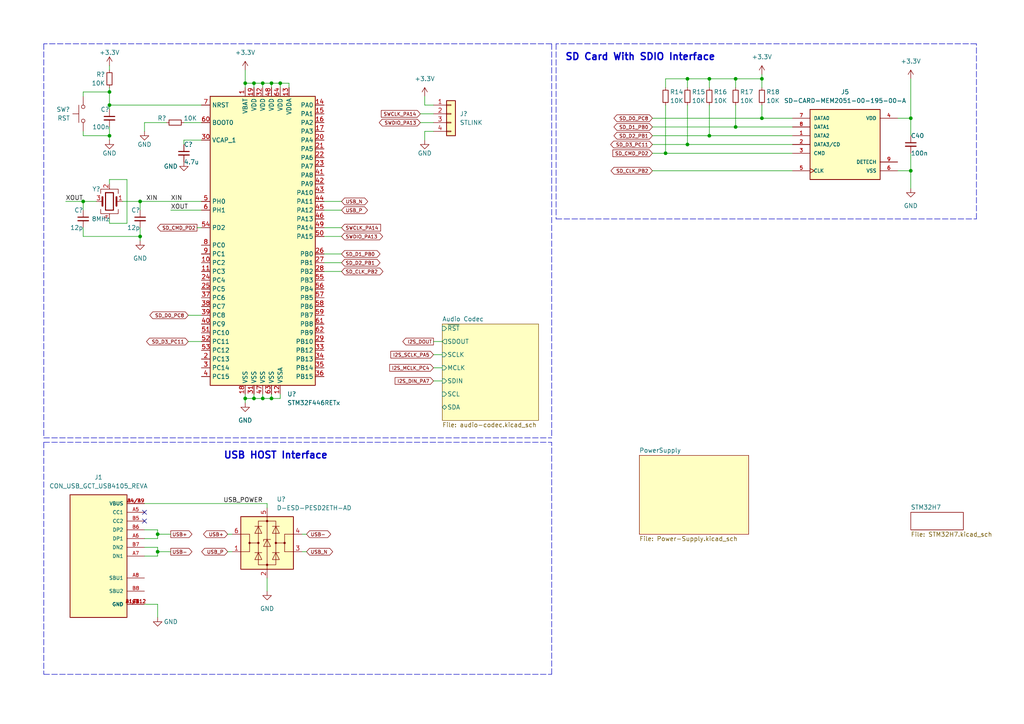
<source format=kicad_sch>
(kicad_sch (version 20211123) (generator eeschema)
  (paper "A4")
  (lib_symbols
    (symbol "1KiCadLib:CON_USB_GCT_USB4105_REVA" (pin_names (offset 1.016))
      (property "Reference" "J" (at -15.24 13.97 0))
      (property "Value" "CON_USB_GCT_USB4105_REVA" (at -12.7 -25.4 0))
      (symbol "CON_USB_GCT_USB4105_REVA_0_0"
        (rectangle (start -1.27 -22.86) (end 15.24 12.7) (stroke (width 0.254)) (fill (type background)))
        (pin power_in line (at 20.32 -19.05 180) (length 5.08) (name "GND") (number "A1/B12"))
        (pin power_in line (at 20.32 10.16 180) (length 5.08) (name "VBUS") (number "A4/B9"))
        (pin bidirectional line (at 20.32 7.62 180) (length 5.08) (name "CC1") (number "A5"))
        (pin bidirectional line (at 20.32 0 180) (length 5.08) (name "DP1") (number "A6"))
        (pin bidirectional line (at 20.32 -5.08 180) (length 5.08) (name "DN1") (number "A7"))
        (pin bidirectional line (at 20.32 -11.43 180) (length 5.08) (name "SBU1") (number "A8"))
        (pin power_in line (at 20.32 -19.05 180) (length 5.08) (name "GND") (number "B1/A12"))
        (pin power_in line (at 20.32 10.16 180) (length 5.08) (name "VBUS") (number "B4/A9"))
        (pin bidirectional line (at 20.32 5.08 180) (length 5.08) (name "CC2") (number "B5"))
        (pin bidirectional line (at 20.32 2.54 180) (length 5.08) (name "DP2") (number "B6"))
        (pin bidirectional line (at 20.32 -2.54 180) (length 5.08) (name "DN2") (number "B7"))
        (pin bidirectional line (at 20.32 -15.24 180) (length 5.08) (name "SBU2") (number "B8"))
        (pin power_in line (at 20.32 -19.05 180) (length 5.08) (name "GND") (number "G1"))
        (pin power_in line (at 20.32 -19.05 180) (length 5.08) (name "GND") (number "G2"))
        (pin power_in line (at 20.32 -19.05 180) (length 5.08) (name "GND") (number "G3"))
        (pin power_in line (at 20.32 -19.05 180) (length 5.08) (name "GND") (number "G4"))
      )
    )
    (symbol "1KiCadLib:D-ESD-PESD2ETH-AD" (pin_names hide)
      (property "Reference" "U" (at 2.54 8.89 0))
      (property "Value" "D-ESD-PESD2ETH-AD" (at 2.54 -8.89 0))
      (symbol "D-ESD-PESD2ETH-AD_0_1"
        (rectangle (start -7.62 -7.62) (end 7.62 7.62) (stroke (width 0.254)) (fill (type background)))
        (circle (center -5.08 0) (radius 0.254) (fill (type outline)))
        (circle (center -2.54 0) (radius 0.254) (fill (type outline)))
        (rectangle (start -2.54 6.35) (end 2.54 -6.35))
        (circle (center 0 -6.35) (radius 0.254) (fill (type outline)))
        (polyline (pts (xy -5.08 -2.54) (xy -7.62 -2.54)))
        (polyline (pts (xy -5.08 0) (xy -5.08 -2.54)))
        (polyline (pts (xy -5.08 2.54) (xy -7.62 2.54)))
        (polyline (pts (xy -1.524 -2.794) (xy -3.556 -2.794)))
        (polyline (pts (xy -1.524 4.826) (xy -3.556 4.826)))
        (polyline (pts (xy 0 -7.62) (xy 0 -6.35)))
        (polyline (pts (xy 0 -6.35) (xy 0 1.27)))
        (polyline (pts (xy 0 1.27) (xy 0 6.35)))
        (polyline (pts (xy 0 6.35) (xy 0 7.62)))
        (polyline (pts (xy 1.524 -2.794) (xy 3.556 -2.794)))
        (polyline (pts (xy 1.524 4.826) (xy 3.556 4.826)))
        (polyline (pts (xy 5.08 -2.54) (xy 7.62 -2.54)))
        (polyline (pts (xy 5.08 0) (xy 5.08 -2.54)))
        (polyline (pts (xy 5.08 2.54) (xy 7.62 2.54)))
        (polyline (pts (xy -2.54 0) (xy -5.08 0) (xy -5.08 2.54)))
        (polyline (pts (xy 2.54 0) (xy 5.08 0) (xy 5.08 2.54)))
        (polyline (pts (xy -3.556 -4.826) (xy -1.524 -4.826) (xy -2.54 -2.794) (xy -3.556 -4.826)))
        (polyline (pts (xy -3.556 2.794) (xy -1.524 2.794) (xy -2.54 4.826) (xy -3.556 2.794)))
        (polyline (pts (xy -1.016 -1.016) (xy 1.016 -1.016) (xy 0 1.016) (xy -1.016 -1.016)))
        (polyline (pts (xy 1.016 1.016) (xy 0.762 1.016) (xy -1.016 1.016) (xy -1.016 0.508)))
        (polyline (pts (xy 3.556 -4.826) (xy 1.524 -4.826) (xy 2.54 -2.794) (xy 3.556 -4.826)))
        (polyline (pts (xy 3.556 2.794) (xy 1.524 2.794) (xy 2.54 4.826) (xy 3.556 2.794)))
        (circle (center 0 6.35) (radius 0.254) (fill (type outline)))
        (circle (center 2.54 0) (radius 0.254) (fill (type outline)))
        (circle (center 5.08 0) (radius 0.254) (fill (type outline)))
      )
      (symbol "D-ESD-PESD2ETH-AD_1_1"
        (pin passive line (at -10.16 -2.54 0) (length 2.54) (name "I/O1") (number "1"))
        (pin passive line (at 0 -10.16 90) (length 2.54) (name "GND") (number "2"))
        (pin passive line (at 10.16 -2.54 180) (length 2.54) (name "I/O2") (number "3"))
        (pin passive line (at 10.16 2.54 180) (length 2.54) (name "I/O2") (number "4"))
        (pin passive line (at 0 10.16 270) (length 2.54) (name "VBUS") (number "5"))
        (pin passive line (at -10.16 2.54 0) (length 2.54) (name "I/O1") (number "6"))
      )
    )
    (symbol "1KiCadLib:SD-CARD-MEM2051-00-195-00-A" (pin_names (offset 1.016))
      (property "Reference" "J" (at -10.16 10.16 0))
      (property "Value" "SD-CARD-MEM2051-00-195-00-A" (at -10.16 -12.7 0))
      (symbol "SD-CARD-MEM2051-00-195-00-A_0_0"
        (rectangle (start -10.16 -10.16) (end 10.16 10.16) (stroke (width 0.254)) (fill (type background)))
        (pin bidirectional line (at -15.24 2.54 0) (length 5.08) (name "DATA2") (number "1"))
        (pin bidirectional line (at -15.24 0 0) (length 5.08) (name "DATA3/CD") (number "2"))
        (pin bidirectional line (at -15.24 -2.54 0) (length 5.08) (name "CMD") (number "3"))
        (pin power_in line (at 15.24 7.62 180) (length 5.08) (name "VDD") (number "4"))
        (pin bidirectional clock (at -15.24 -7.62 0) (length 5.08) (name "CLK") (number "5"))
        (pin power_in line (at 15.24 -7.62 180) (length 5.08) (name "VSS") (number "6"))
        (pin bidirectional line (at -15.24 7.62 0) (length 5.08) (name "DATA0") (number "7"))
        (pin bidirectional line (at -15.24 5.08 0) (length 5.08) (name "DATA1") (number "8"))
        (pin passive line (at 15.24 -5.08 180) (length 5.08) (name "DETECH") (number "9"))
      )
    )
    (symbol "Connector_Generic:Conn_01x04" (pin_names (offset 1.016) hide)
      (property "Reference" "J" (at 0 5.08 0))
      (property "Value" "Conn_01x04" (at 0 -7.62 0))
      (symbol "Conn_01x04_1_1"
        (rectangle (start -1.27 -4.953) (end 0 -5.207) (stroke (width 0.1524)))
        (rectangle (start -1.27 -2.413) (end 0 -2.667) (stroke (width 0.1524)))
        (rectangle (start -1.27 0.127) (end 0 -0.127) (stroke (width 0.1524)))
        (rectangle (start -1.27 2.667) (end 0 2.413) (stroke (width 0.1524)))
        (rectangle (start -1.27 3.81) (end 1.27 -6.35) (stroke (width 0.254)) (fill (type background)))
        (pin passive line (at -5.08 2.54 0) (length 3.81) (name "Pin_1") (number "1"))
        (pin passive line (at -5.08 0 0) (length 3.81) (name "Pin_2") (number "2"))
        (pin passive line (at -5.08 -2.54 0) (length 3.81) (name "Pin_3") (number "3"))
        (pin passive line (at -5.08 -5.08 0) (length 3.81) (name "Pin_4") (number "4"))
      )
    )
    (symbol "Device:C_Small" (pin_numbers hide) (pin_names (offset 0.254) hide)
      (property "Reference" "C" (at 0.254 1.778 0))
      (property "Value" "C_Small" (at 0.254 -2.032 0))
      (symbol "C_Small_0_1"
        (polyline (pts (xy -1.524 -0.508) (xy 1.524 -0.508)) (stroke (width 0.3302)))
        (polyline (pts (xy -1.524 0.508) (xy 1.524 0.508)) (stroke (width 0.3048)))
      )
      (symbol "C_Small_1_1"
        (pin passive line (at 0 2.54 270) (length 2.032) (name "~") (number "1"))
        (pin passive line (at 0 -2.54 90) (length 2.032) (name "~") (number "2"))
      )
    )
    (symbol "Device:Crystal_GND24" (pin_names (offset 1.016) hide)
      (property "Reference" "Y" (at 3.175 5.08 0))
      (property "Value" "Crystal_GND24" (at 3.175 3.175 0))
      (symbol "Crystal_GND24_0_1"
        (rectangle (start -1.143 2.54) (end 1.143 -2.54) (stroke (width 0.3048)))
        (polyline (pts (xy -2.54 0) (xy -2.032 0)))
        (polyline (pts (xy -2.032 -1.27) (xy -2.032 1.27)) (stroke (width 0.508)))
        (polyline (pts (xy 0 -3.81) (xy 0 -3.556)))
        (polyline (pts (xy 0 3.556) (xy 0 3.81)))
        (polyline (pts (xy 2.032 -1.27) (xy 2.032 1.27)) (stroke (width 0.508)))
        (polyline (pts (xy 2.032 0) (xy 2.54 0)))
        (polyline (pts (xy -2.54 -2.286) (xy -2.54 -3.556) (xy 2.54 -3.556) (xy 2.54 -2.286)))
        (polyline (pts (xy -2.54 2.286) (xy -2.54 3.556) (xy 2.54 3.556) (xy 2.54 2.286)))
      )
      (symbol "Crystal_GND24_1_1"
        (pin passive line (at -3.81 0 0) (length 1.27) (name "1") (number "1"))
        (pin passive line (at 0 5.08 270) (length 1.27) (name "2") (number "2"))
        (pin passive line (at 3.81 0 180) (length 1.27) (name "3") (number "3"))
        (pin passive line (at 0 -5.08 90) (length 1.27) (name "4") (number "4"))
      )
    )
    (symbol "Device:R_Small" (pin_numbers hide) (pin_names (offset 0.254) hide)
      (property "Reference" "R" (at 0.762 0.508 0))
      (property "Value" "R_Small" (at 0.762 -1.016 0))
      (symbol "R_Small_0_1"
        (rectangle (start -0.762 1.778) (end 0.762 -1.778) (stroke (width 0.2032)))
      )
      (symbol "R_Small_1_1"
        (pin passive line (at 0 2.54 270) (length 0.762) (name "~") (number "1"))
        (pin passive line (at 0 -2.54 90) (length 0.762) (name "~") (number "2"))
      )
    )
    (symbol "GND_1" (power) (pin_names (offset 0))
      (property "Value" "GND_1" (at 0 -3.81 0))
      (symbol "GND_1_0_1"
        (polyline (pts (xy 0 0) (xy 0 -1.27) (xy 1.27 -1.27) (xy 0 -2.54) (xy -1.27 -1.27) (xy 0 -1.27)))
      )
      (symbol "GND_1_1_1"
        (pin power_in line (at 0 0 270) (length 0) hide (name "GND") (number "1"))
      )
    )
    (symbol "MCU_ST_STM32F4:STM32F446RETx"
      (property "Reference" "U" (at -15.24 41.91 0))
      (property "Value" "STM32F446RETx" (at 10.16 41.91 0))
      (symbol "STM32F446RETx_0_1"
        (rectangle (start -15.24 -43.18) (end 15.24 40.64) (stroke (width 0.254)) (fill (type background)))
      )
      (symbol "STM32F446RETx_1_1"
        (pin power_in line (at -5.08 43.18 270) (length 2.54) (name "VBAT") (number "1"))
        (pin bidirectional line (at -17.78 -7.62 0) (length 2.54) (name "PC2") (number "10"))
        (pin bidirectional line (at -17.78 -10.16 0) (length 2.54) (name "PC3") (number "11"))
        (pin power_in line (at 5.08 -45.72 90) (length 2.54) (name "VSSA") (number "12"))
        (pin power_in line (at 7.62 43.18 270) (length 2.54) (name "VDDA") (number "13"))
        (pin bidirectional line (at 17.78 38.1 180) (length 2.54) (name "PA0") (number "14"))
        (pin bidirectional line (at 17.78 35.56 180) (length 2.54) (name "PA1") (number "15"))
        (pin bidirectional line (at 17.78 33.02 180) (length 2.54) (name "PA2") (number "16"))
        (pin bidirectional line (at 17.78 30.48 180) (length 2.54) (name "PA3") (number "17"))
        (pin power_in line (at -5.08 -45.72 90) (length 2.54) (name "VSS") (number "18"))
        (pin power_in line (at -2.54 43.18 270) (length 2.54) (name "VDD") (number "19"))
        (pin bidirectional line (at -17.78 -35.56 0) (length 2.54) (name "PC13") (number "2"))
        (pin bidirectional line (at 17.78 27.94 180) (length 2.54) (name "PA4") (number "20"))
        (pin bidirectional line (at 17.78 25.4 180) (length 2.54) (name "PA5") (number "21"))
        (pin bidirectional line (at 17.78 22.86 180) (length 2.54) (name "PA6") (number "22"))
        (pin bidirectional line (at 17.78 20.32 180) (length 2.54) (name "PA7") (number "23"))
        (pin bidirectional line (at -17.78 -12.7 0) (length 2.54) (name "PC4") (number "24"))
        (pin bidirectional line (at -17.78 -15.24 0) (length 2.54) (name "PC5") (number "25"))
        (pin bidirectional line (at 17.78 -5.08 180) (length 2.54) (name "PB0") (number "26"))
        (pin bidirectional line (at 17.78 -7.62 180) (length 2.54) (name "PB1") (number "27"))
        (pin bidirectional line (at 17.78 -10.16 180) (length 2.54) (name "PB2") (number "28"))
        (pin bidirectional line (at 17.78 -30.48 180) (length 2.54) (name "PB10") (number "29"))
        (pin bidirectional line (at -17.78 -38.1 0) (length 2.54) (name "PC14") (number "3"))
        (pin power_in line (at -17.78 27.94 0) (length 2.54) (name "VCAP_1") (number "30"))
        (pin power_in line (at -2.54 -45.72 90) (length 2.54) (name "VSS") (number "31"))
        (pin power_in line (at 0 43.18 270) (length 2.54) (name "VDD") (number "32"))
        (pin bidirectional line (at 17.78 -33.02 180) (length 2.54) (name "PB12") (number "33"))
        (pin bidirectional line (at 17.78 -35.56 180) (length 2.54) (name "PB13") (number "34"))
        (pin bidirectional line (at 17.78 -38.1 180) (length 2.54) (name "PB14") (number "35"))
        (pin bidirectional line (at 17.78 -40.64 180) (length 2.54) (name "PB15") (number "36"))
        (pin bidirectional line (at -17.78 -17.78 0) (length 2.54) (name "PC6") (number "37"))
        (pin bidirectional line (at -17.78 -20.32 0) (length 2.54) (name "PC7") (number "38"))
        (pin bidirectional line (at -17.78 -22.86 0) (length 2.54) (name "PC8") (number "39"))
        (pin bidirectional line (at -17.78 -40.64 0) (length 2.54) (name "PC15") (number "4"))
        (pin bidirectional line (at -17.78 -25.4 0) (length 2.54) (name "PC9") (number "40"))
        (pin bidirectional line (at 17.78 17.78 180) (length 2.54) (name "PA8") (number "41"))
        (pin bidirectional line (at 17.78 15.24 180) (length 2.54) (name "PA9") (number "42"))
        (pin bidirectional line (at 17.78 12.7 180) (length 2.54) (name "PA10") (number "43"))
        (pin bidirectional line (at 17.78 10.16 180) (length 2.54) (name "PA11") (number "44"))
        (pin bidirectional line (at 17.78 7.62 180) (length 2.54) (name "PA12") (number "45"))
        (pin bidirectional line (at 17.78 5.08 180) (length 2.54) (name "PA13") (number "46"))
        (pin power_in line (at 0 -45.72 90) (length 2.54) (name "VSS") (number "47"))
        (pin power_in line (at 2.54 43.18 270) (length 2.54) (name "VDD") (number "48"))
        (pin bidirectional line (at 17.78 2.54 180) (length 2.54) (name "PA14") (number "49"))
        (pin input line (at -17.78 10.16 0) (length 2.54) (name "PH0") (number "5"))
        (pin bidirectional line (at 17.78 0 180) (length 2.54) (name "PA15") (number "50"))
        (pin bidirectional line (at -17.78 -27.94 0) (length 2.54) (name "PC10") (number "51"))
        (pin bidirectional line (at -17.78 -30.48 0) (length 2.54) (name "PC11") (number "52"))
        (pin bidirectional line (at -17.78 -33.02 0) (length 2.54) (name "PC12") (number "53"))
        (pin bidirectional line (at -17.78 2.54 0) (length 2.54) (name "PD2") (number "54"))
        (pin bidirectional line (at 17.78 -12.7 180) (length 2.54) (name "PB3") (number "55"))
        (pin bidirectional line (at 17.78 -15.24 180) (length 2.54) (name "PB4") (number "56"))
        (pin bidirectional line (at 17.78 -17.78 180) (length 2.54) (name "PB5") (number "57"))
        (pin bidirectional line (at 17.78 -20.32 180) (length 2.54) (name "PB6") (number "58"))
        (pin bidirectional line (at 17.78 -22.86 180) (length 2.54) (name "PB7") (number "59"))
        (pin input line (at -17.78 7.62 0) (length 2.54) (name "PH1") (number "6"))
        (pin input line (at -17.78 33.02 0) (length 2.54) (name "BOOT0") (number "60"))
        (pin bidirectional line (at 17.78 -25.4 180) (length 2.54) (name "PB8") (number "61"))
        (pin bidirectional line (at 17.78 -27.94 180) (length 2.54) (name "PB9") (number "62"))
        (pin power_in line (at 2.54 -45.72 90) (length 2.54) (name "VSS") (number "63"))
        (pin power_in line (at 5.08 43.18 270) (length 2.54) (name "VDD") (number "64"))
        (pin input line (at -17.78 38.1 0) (length 2.54) (name "NRST") (number "7"))
        (pin bidirectional line (at -17.78 -2.54 0) (length 2.54) (name "PC0") (number "8"))
        (pin bidirectional line (at -17.78 -5.08 0) (length 2.54) (name "PC1") (number "9"))
      )
    )
    (symbol "Mechanical:MountingHole" (pin_names (offset 1.016))
      (property "Reference" "H" (at 0 5.08 0))
      (property "Value" "MountingHole" (at 0 3.175 0))
      (symbol "MountingHole_0_1"
        (circle (center 0 0) (radius 1.27) (stroke (width 1.27)))
      )
    )
    (symbol "Switch:SW_Push" (pin_numbers hide) (pin_names (offset 1.016) hide)
      (property "Reference" "SW" (at 1.27 2.54 0))
      (property "Value" "SW_Push" (at 0 -1.524 0))
      (symbol "SW_Push_0_1"
        (circle (center -2.032 0) (radius 0.508))
        (polyline (pts (xy 0 1.27) (xy 0 3.048)))
        (polyline (pts (xy 2.54 1.27) (xy -2.54 1.27)))
        (circle (center 2.032 0) (radius 0.508))
        (pin passive line (at -5.08 0 0) (length 2.54) (name "1") (number "1"))
        (pin passive line (at 5.08 0 180) (length 2.54) (name "2") (number "2"))
      )
    )
    (symbol "power:+3.3V" (power) (pin_names (offset 0))
      (property "Value" "+3.3V" (at 0 3.556 0))
      (symbol "+3.3V_0_1"
        (polyline (pts (xy -0.762 1.27) (xy 0 2.54)))
        (polyline (pts (xy 0 0) (xy 0 2.54)))
        (polyline (pts (xy 0 2.54) (xy 0.762 1.27)))
      )
      (symbol "+3.3V_1_1"
        (pin power_in line (at 0 0 90) (length 0) hide (name "+3.3V") (number "1"))
      )
    )
    (symbol "power:GND" (power) (pin_names (offset 0))
      (property "Value" "GND" (at 0 -3.81 0))
      (symbol "GND_0_1"
        (polyline (pts (xy 0 0) (xy 0 -1.27) (xy 1.27 -1.27) (xy 0 -2.54) (xy -1.27 -1.27) (xy 0 -1.27)))
      )
      (symbol "GND_1_1"
        (pin power_in line (at 0 0 270) (length 0) hide (name "GND") (number "1"))
      )
    )
  )
  (junction (at 73.66 115.57))
  (junction (at 40.64 58.42))
  (junction (at 205.74 22.86))
  (junction (at 205.74 39.37))
  (junction (at 81.28 24.13))
  (junction (at 220.98 22.86))
  (junction (at 45.72 154.94))
  (junction (at 78.74 115.57))
  (junction (at 45.72 160.02))
  (junction (at 71.12 115.57))
  (junction (at 264.16 49.53))
  (junction (at 31.75 39.37))
  (junction (at 76.2 24.13))
  (junction (at 213.36 22.86))
  (junction (at 40.64 68.58))
  (junction (at 76.2 115.57))
  (junction (at 24.13 58.42))
  (junction (at 264.16 34.29))
  (junction (at 78.74 24.13))
  (junction (at 199.39 22.86))
  (junction (at 213.36 36.83))
  (junction (at 73.66 24.13))
  (junction (at 31.75 26.67))
  (junction (at 71.12 24.13))
  (junction (at 193.04 44.45))
  (junction (at 31.75 30.48))
  (junction (at 199.39 41.91))
  (junction (at 220.98 34.29))
  (no_connect (at 41.91 148.59))
  (no_connect (at 41.91 151.13))
  (wire (pts (xy 125.73 106.68) (xy 128.27 106.68)))
  (wire (pts (xy 19.05 58.42) (xy 24.13 58.42)))
  (wire (pts (xy 66.04 154.94) (xy 67.31 154.94)))
  (wire (pts (xy 54.61 91.44) (xy 58.42 91.44)))
  (polyline (pts (xy 160.02 12.7) (xy 160.02 127)))
  (wire (pts (xy 45.72 154.94) (xy 45.72 156.21)))
  (wire (pts (xy 73.66 115.57) (xy 73.66 114.3)))
  (wire (pts (xy 76.2 114.3) (xy 76.2 115.57)))
  (wire (pts (xy 71.12 24.13) (xy 73.66 24.13)))
  (wire (pts (xy 78.74 115.57) (xy 81.28 115.57)))
  (wire (pts (xy 205.74 30.48) (xy 205.74 39.37)))
  (wire (pts (xy 45.72 175.26) (xy 41.91 175.26)))
  (wire (pts (xy 54.61 99.06) (xy 58.42 99.06)))
  (wire (pts (xy 81.28 114.3) (xy 81.28 115.57)))
  (wire (pts (xy 31.75 26.67) (xy 24.13 26.67)))
  (wire (pts (xy 83.82 25.4) (xy 83.82 24.13)))
  (wire (pts (xy 199.39 22.86) (xy 205.74 22.86)))
  (wire (pts (xy 53.34 40.64) (xy 53.34 41.91)))
  (wire (pts (xy 193.04 22.86) (xy 199.39 22.86)))
  (wire (pts (xy 40.64 68.58) (xy 40.64 69.85)))
  (wire (pts (xy 71.12 20.32) (xy 71.12 24.13)))
  (polyline (pts (xy 12.7 127) (xy 160.02 127)))
  (wire (pts (xy 76.2 24.13) (xy 78.74 24.13)))
  (wire (pts (xy 73.66 115.57) (xy 76.2 115.57)))
  (wire (pts (xy 193.04 30.48) (xy 193.04 44.45)))
  (wire (pts (xy 199.39 30.48) (xy 199.39 41.91)))
  (polyline (pts (xy 283.21 12.7) (xy 161.29 12.7)))
  (wire (pts (xy 213.36 25.4) (xy 213.36 22.86)))
  (wire (pts (xy 78.74 24.13) (xy 81.28 24.13)))
  (wire (pts (xy 123.19 38.1) (xy 125.73 38.1)))
  (wire (pts (xy 36.83 64.77) (xy 31.75 64.77)))
  (wire (pts (xy 45.72 179.07) (xy 45.72 175.26)))
  (wire (pts (xy 220.98 21.59) (xy 220.98 22.86)))
  (wire (pts (xy 125.73 99.06) (xy 128.27 99.06)))
  (wire (pts (xy 199.39 41.91) (xy 229.87 41.91)))
  (wire (pts (xy 31.75 30.48) (xy 31.75 31.75)))
  (wire (pts (xy 193.04 44.45) (xy 229.87 44.45)))
  (wire (pts (xy 41.91 153.67) (xy 45.72 153.67)))
  (polyline (pts (xy 161.29 63.5) (xy 283.21 63.5)))
  (wire (pts (xy 220.98 34.29) (xy 229.87 34.29)))
  (wire (pts (xy 264.16 34.29) (xy 264.16 39.37)))
  (wire (pts (xy 41.91 158.75) (xy 45.72 158.75)))
  (wire (pts (xy 205.74 25.4) (xy 205.74 22.86)))
  (wire (pts (xy 78.74 114.3) (xy 78.74 115.57)))
  (polyline (pts (xy 12.7 128.27) (xy 12.7 195.58)))
  (wire (pts (xy 93.98 68.58) (xy 99.06 68.58)))
  (wire (pts (xy 41.91 146.05) (xy 77.47 146.05)))
  (wire (pts (xy 81.28 24.13) (xy 83.82 24.13)))
  (wire (pts (xy 213.36 30.48) (xy 213.36 36.83)))
  (wire (pts (xy 189.23 49.53) (xy 229.87 49.53)))
  (wire (pts (xy 66.04 160.02) (xy 67.31 160.02)))
  (wire (pts (xy 125.73 102.87) (xy 128.27 102.87)))
  (wire (pts (xy 24.13 66.04) (xy 24.13 68.58)))
  (wire (pts (xy 41.91 161.29) (xy 45.72 161.29)))
  (wire (pts (xy 57.15 66.04) (xy 58.42 66.04)))
  (wire (pts (xy 123.19 30.48) (xy 125.73 30.48)))
  (wire (pts (xy 27.94 58.42) (xy 24.13 58.42)))
  (wire (pts (xy 73.66 24.13) (xy 76.2 24.13)))
  (wire (pts (xy 193.04 25.4) (xy 193.04 22.86)))
  (wire (pts (xy 45.72 158.75) (xy 45.72 160.02)))
  (wire (pts (xy 31.75 52.07) (xy 36.83 52.07)))
  (wire (pts (xy 40.64 66.04) (xy 40.64 68.58)))
  (wire (pts (xy 121.92 35.56) (xy 125.73 35.56)))
  (wire (pts (xy 87.63 160.02) (xy 88.9 160.02)))
  (wire (pts (xy 31.75 39.37) (xy 31.75 40.64)))
  (wire (pts (xy 189.23 39.37) (xy 205.74 39.37)))
  (wire (pts (xy 45.72 153.67) (xy 45.72 154.94)))
  (wire (pts (xy 49.53 60.96) (xy 58.42 60.96)))
  (wire (pts (xy 58.42 40.64) (xy 53.34 40.64)))
  (wire (pts (xy 220.98 22.86) (xy 220.98 25.4)))
  (polyline (pts (xy 12.7 128.27) (xy 160.02 128.27)))
  (wire (pts (xy 40.64 58.42) (xy 58.42 58.42)))
  (wire (pts (xy 24.13 38.1) (xy 24.13 39.37)))
  (wire (pts (xy 45.72 154.94) (xy 49.53 154.94)))
  (polyline (pts (xy 12.7 12.7) (xy 12.7 127)))
  (wire (pts (xy 213.36 36.83) (xy 229.87 36.83)))
  (wire (pts (xy 31.75 30.48) (xy 31.75 26.67)))
  (wire (pts (xy 77.47 167.64) (xy 77.47 171.45)))
  (wire (pts (xy 87.63 154.94) (xy 88.9 154.94)))
  (wire (pts (xy 93.98 73.66) (xy 99.06 73.66)))
  (wire (pts (xy 31.75 26.67) (xy 31.75 25.4)))
  (wire (pts (xy 31.75 39.37) (xy 24.13 39.37)))
  (wire (pts (xy 199.39 25.4) (xy 199.39 22.86)))
  (wire (pts (xy 71.12 115.57) (xy 71.12 116.84)))
  (wire (pts (xy 189.23 44.45) (xy 193.04 44.45)))
  (wire (pts (xy 93.98 78.74) (xy 99.06 78.74)))
  (wire (pts (xy 73.66 25.4) (xy 73.66 24.13)))
  (wire (pts (xy 220.98 30.48) (xy 220.98 34.29)))
  (wire (pts (xy 76.2 25.4) (xy 76.2 24.13)))
  (wire (pts (xy 77.47 146.05) (xy 77.47 147.32)))
  (wire (pts (xy 189.23 41.91) (xy 199.39 41.91)))
  (wire (pts (xy 125.73 110.49) (xy 128.27 110.49)))
  (wire (pts (xy 81.28 25.4) (xy 81.28 24.13)))
  (wire (pts (xy 41.91 38.1) (xy 41.91 35.56)))
  (wire (pts (xy 71.12 115.57) (xy 73.66 115.57)))
  (wire (pts (xy 71.12 24.13) (xy 71.12 25.4)))
  (wire (pts (xy 31.75 63.5) (xy 31.75 64.77)))
  (wire (pts (xy 264.16 44.45) (xy 264.16 49.53)))
  (wire (pts (xy 189.23 36.83) (xy 213.36 36.83)))
  (wire (pts (xy 189.23 34.29) (xy 220.98 34.29)))
  (wire (pts (xy 24.13 58.42) (xy 24.13 60.96)))
  (wire (pts (xy 40.64 58.42) (xy 40.64 60.96)))
  (wire (pts (xy 36.83 52.07) (xy 36.83 64.77)))
  (wire (pts (xy 40.64 68.58) (xy 24.13 68.58)))
  (wire (pts (xy 93.98 66.04) (xy 99.06 66.04)))
  (wire (pts (xy 41.91 156.21) (xy 45.72 156.21)))
  (wire (pts (xy 71.12 114.3) (xy 71.12 115.57)))
  (wire (pts (xy 264.16 54.61) (xy 264.16 49.53)))
  (polyline (pts (xy 283.21 63.5) (xy 283.21 12.7)))
  (wire (pts (xy 45.72 160.02) (xy 45.72 161.29)))
  (wire (pts (xy 213.36 22.86) (xy 220.98 22.86)))
  (wire (pts (xy 45.72 160.02) (xy 49.53 160.02)))
  (wire (pts (xy 93.98 58.42) (xy 99.06 58.42)))
  (wire (pts (xy 260.35 34.29) (xy 264.16 34.29)))
  (wire (pts (xy 24.13 27.94) (xy 24.13 26.67)))
  (wire (pts (xy 93.98 60.96) (xy 99.06 60.96)))
  (wire (pts (xy 93.98 76.2) (xy 99.06 76.2)))
  (wire (pts (xy 78.74 25.4) (xy 78.74 24.13)))
  (polyline (pts (xy 160.02 12.7) (xy 12.7 12.7)))
  (wire (pts (xy 31.75 36.83) (xy 31.75 39.37)))
  (wire (pts (xy 264.16 49.53) (xy 260.35 49.53)))
  (wire (pts (xy 123.19 40.64) (xy 123.19 38.1)))
  (wire (pts (xy 123.19 27.94) (xy 123.19 30.48)))
  (wire (pts (xy 40.64 58.42) (xy 35.56 58.42)))
  (polyline (pts (xy 12.7 195.58) (xy 160.02 195.58)))
  (wire (pts (xy 31.75 19.05) (xy 31.75 20.32)))
  (wire (pts (xy 53.34 35.56) (xy 58.42 35.56)))
  (wire (pts (xy 205.74 39.37) (xy 229.87 39.37)))
  (polyline (pts (xy 161.29 12.7) (xy 161.29 63.5)))
  (polyline (pts (xy 160.02 195.58) (xy 160.02 128.27)))
  (wire (pts (xy 121.92 33.02) (xy 125.73 33.02)))
  (wire (pts (xy 205.74 22.86) (xy 213.36 22.86)))
  (wire (pts (xy 76.2 115.57) (xy 78.74 115.57)))
  (wire (pts (xy 31.75 53.34) (xy 31.75 52.07)))
  (wire (pts (xy 31.75 30.48) (xy 58.42 30.48)))
  (wire (pts (xy 264.16 34.29) (xy 264.16 22.86)))
  (wire (pts (xy 41.91 35.56) (xy 48.26 35.56)))
  (text "USB HOST Interface" (at 64.77 133.35 0) (effects (font (size 2 2) (thickness 0.4) bold) (justify left bottom)))
  (text "SD Card With SDIO Interface" (at 163.83 17.78 0) (effects (font (size 2 2) (thickness 0.4) bold) (justify left bottom)))
  (label "XIN" (at 45.72 58.42 180))
  (label "XIN" (at 49.53 58.42 0))
  (label "XOUT" (at 49.53 60.96 0))
  (label "XOUT" (at 19.05 58.42 0))
  (label "USB_POWER" (at 64.77 146.05 0))
  (global_label "USB_N" (shape bidirectional) (at 88.9 160.02 0) (effects (font (size 1 1))) (property "Intersheet References" "${INTERSHEET_REFS}" (effects hide)))
  (global_label "SD_CLK_PB2" (shape bidirectional) (at 99.06 78.74 0) (effects (font (size 1 1))) (property "Intersheet References" "${INTERSHEET_REFS}" (effects hide)))
  (global_label "SD_CLK_PB2" (shape bidirectional) (at 189.23 49.53 180) (effects (font (size 1 1))) (property "Intersheet References" "${INTERSHEET_REFS}" (effects hide)))
  (global_label "SD_D3_PC11" (shape bidirectional) (at 54.61 99.06 180) (effects (font (size 1 1))) (property "Intersheet References" "${INTERSHEET_REFS}" (effects hide)))
  (global_label "I2S_SCLK_PA5" (shape input) (at 125.73 102.87 180) (effects (font (size 1 1))) (property "Intersheet References" "${INTERSHEET_REFS}" (effects hide)))
  (global_label "SD_D1_PB0" (shape bidirectional) (at 99.06 73.66 0) (effects (font (size 1 1))) (property "Intersheet References" "${INTERSHEET_REFS}" (effects hide)))
  (global_label "SD_D0_PC8" (shape bidirectional) (at 189.23 34.29 180) (effects (font (size 1 1))) (property "Intersheet References" "${INTERSHEET_REFS}" (effects hide)))
  (global_label "SD_D0_PC8" (shape bidirectional) (at 54.61 91.44 180) (effects (font (size 1 1))) (property "Intersheet References" "${INTERSHEET_REFS}" (effects hide)))
  (global_label "USB+" (shape bidirectional) (at 66.04 154.94 180) (effects (font (size 1 1))) (property "Intersheet References" "${INTERSHEET_REFS}" (effects hide)))
  (global_label "USB-" (shape output) (at 49.53 160.02 0) (effects (font (size 1 1))) (property "Intersheet References" "${INTERSHEET_REFS}" (effects hide)))
  (global_label "USB-" (shape bidirectional) (at 88.9 154.94 0) (effects (font (size 1 1))) (property "Intersheet References" "${INTERSHEET_REFS}" (effects hide)))
  (global_label "SD_CMD_PD2" (shape input) (at 189.23 44.45 180) (effects (font (size 1 1))) (property "Intersheet References" "${INTERSHEET_REFS}" (effects hide)))
  (global_label "SD_D3_PC11" (shape bidirectional) (at 189.23 41.91 180) (effects (font (size 1 1))) (property "Intersheet References" "${INTERSHEET_REFS}" (effects hide)))
  (global_label "SD_D1_PB0" (shape bidirectional) (at 189.23 36.83 180) (effects (font (size 1 1))) (property "Intersheet References" "${INTERSHEET_REFS}" (effects hide)))
  (global_label "SWDIO_PA13" (shape bidirectional) (at 99.06 68.58 0) (effects (font (size 1 1))) (property "Intersheet References" "${INTERSHEET_REFS}" (effects hide)))
  (global_label "I2S_DIN_PA7" (shape input) (at 125.73 110.49 180) (effects (font (size 1 1))) (property "Intersheet References" "${INTERSHEET_REFS}" (effects hide)))
  (global_label "I2S_DOUT" (shape output) (at 125.73 99.06 180) (effects (font (size 1 1))) (property "Intersheet References" "${INTERSHEET_REFS}" (effects hide)))
  (global_label "SWDIO_PA13" (shape bidirectional) (at 121.92 35.56 180) (effects (font (size 1 1))) (property "Intersheet References" "${INTERSHEET_REFS}" (effects hide)))
  (global_label "USB_N" (shape bidirectional) (at 99.06 58.42 0) (effects (font (size 1 1))) (property "Intersheet References" "${INTERSHEET_REFS}" (effects hide)))
  (global_label "SD_D2_PB1" (shape bidirectional) (at 99.06 76.2 0) (effects (font (size 1 1))) (property "Intersheet References" "${INTERSHEET_REFS}" (effects hide)))
  (global_label "I2S_MCLK_PC4" (shape input) (at 125.73 106.68 180) (effects (font (size 1 1))) (property "Intersheet References" "${INTERSHEET_REFS}" (effects hide)))
  (global_label "SWCLK_PA14" (shape input) (at 99.06 66.04 0) (effects (font (size 1 1))) (property "Intersheet References" "${INTERSHEET_REFS}" (effects hide)))
  (global_label "USB+" (shape output) (at 49.53 154.94 0) (effects (font (size 1 1))) (property "Intersheet References" "${INTERSHEET_REFS}" (effects hide)))
  (global_label "SWCLK_PA14" (shape input) (at 121.92 33.02 180) (effects (font (size 1 1))) (property "Intersheet References" "${INTERSHEET_REFS}" (effects hide)))
  (global_label "SD_CMD_PD2" (shape output) (at 57.15 66.04 180) (effects (font (size 1 1))) (property "Intersheet References" "${INTERSHEET_REFS}" (effects hide)))
  (global_label "SD_D2_PB1" (shape bidirectional) (at 189.23 39.37 180) (effects (font (size 1 1))) (property "Intersheet References" "${INTERSHEET_REFS}" (effects hide)))
  (global_label "USB_P" (shape bidirectional) (at 99.06 60.96 0) (effects (font (size 1 1))) (property "Intersheet References" "${INTERSHEET_REFS}" (effects hide)))
  (global_label "USB_P" (shape bidirectional) (at 66.04 160.02 180) (effects (font (size 1 1))) (property "Intersheet References" "${INTERSHEET_REFS}" (effects hide)))
  (symbol (lib_id "Mechanical:MountingHole") (at 33.02 280.67 0) (unit 1)
    (property "Reference" "M3" (at 35.56 279.3999 0) (effects (justify left)))
    (property "Value" "MNT" (at 35.56 281.9399 0) (effects (justify left)))
    (property "Footprint" "MountingHole:MountingHole_2.1mm" (effects hide))
  )
  (symbol (lib_id "power:+3.3V") (at 71.12 20.32 0) (unit 1)
    (property "Reference" "#PWR?" (effects hide))
    (property "Value" "+3.3V" (at 71.12 15.24 0))
  )
  (symbol (lib_id "1KiCadLib:CON_USB_GCT_USB4105_REVA") (at 21.59 156.21 0) (unit 1)
    (property "Reference" "J1" (at 28.575 138.43 0))
    (property "Value" "CON_USB_GCT_USB4105_REVA" (at 28.575 140.97 0))
    (property "Footprint" "1KiCadLib:CON_USB_GCT_USB4105_REVA" (effects hide))
    (property "MAXIMUM_PACKAGE_HEIGHT" "3.31 mm" (effects hide))
    (property "MANUFACTURER" "GCT" (effects hide))
    (property "PARTREV" "0.2" (effects hide))
    (property "STANDARD" "Manufacturer Recommendations" (effects hide))
  )
  (symbol (lib_name "GND_1") (lib_id "power:GND") (at 264.16 54.61 0) (unit 1)
    (property "Reference" "#PWR048" (effects hide))
    (property "Value" "GND" (at 264.16 59.69 0))
  )
  (symbol (lib_id "power:+3.3V") (at 220.98 21.59 0) (unit 1)
    (property "Reference" "#PWR046" (effects hide))
    (property "Value" "+3.3V" (at 220.98 16.51 0))
  )
  (symbol (lib_id "Device:R_Small") (at 220.98 27.94 0) (unit 1)
    (property "Reference" "R18" (at 222.25 26.67 0) (effects (justify left)))
    (property "Value" "10K" (at 222.25 29.21 0) (effects (justify left)))
    (property "Footprint" "Resistor_SMD:R_0805_2012Metric" (effects hide))
  )
  (symbol (lib_id "Device:C_Small") (at 31.75 34.29 0) (mirror y) (unit 1)
    (property "Reference" "C?" (at 31.75 31.75 0) (effects (justify left)))
    (property "Value" "100n" (at 31.75 36.83 0) (effects (justify left)))
    (property "Footprint" "Capacitor_SMD:C_0603_1608Metric" (effects hide))
  )
  (symbol (lib_id "Device:R_Small") (at 50.8 35.56 90) (unit 1)
    (property "Reference" "R?" (at 48.26 34.29 90) (effects (justify left)))
    (property "Value" "10K" (at 57.15 34.29 90) (effects (justify left)))
    (property "Footprint" "Resistor_SMD:R_0805_2012Metric" (effects hide))
  )
  (symbol (lib_name "GND_1") (lib_id "power:GND") (at 77.47 171.45 0) (mirror y) (unit 1)
    (property "Reference" "#PWR?" (effects hide))
    (property "Value" "GND" (at 77.47 176.53 0))
  )
  (symbol (lib_id "power:+3.3V") (at 123.19 27.94 0) (unit 1)
    (property "Reference" "#PWR?" (effects hide))
    (property "Value" "+3.3V" (at 123.19 22.86 0))
  )
  (symbol (lib_id "Mechanical:MountingHole") (at 41.91 280.67 0) (unit 1)
    (property "Reference" "M4" (at 44.45 279.3999 0) (effects (justify left)))
    (property "Value" "MNT" (at 44.45 281.9399 0) (effects (justify left)))
    (property "Footprint" "MountingHole:MountingHole_2.1mm" (effects hide))
  )
  (symbol (lib_name "GND_1") (lib_id "power:GND") (at 53.34 46.99 0) (unit 1)
    (property "Reference" "#PWR?" (effects hide))
    (property "Value" "GND" (at 49.53 48.26 0))
  )
  (symbol (lib_name "GND_1") (lib_id "power:GND") (at 41.91 38.1 0) (unit 1)
    (property "Reference" "#PWR?" (effects hide))
    (property "Value" "GND" (at 41.91 41.91 0))
  )
  (symbol (lib_id "power:GND") (at 45.72 179.07 0) (unit 1)
    (property "Reference" "#PWR0103" (effects hide))
    (property "Value" "GND" (at 49.53 180.34 0))
  )
  (symbol (lib_id "Device:R_Small") (at 31.75 22.86 0) (mirror y) (unit 1)
    (property "Reference" "R?" (at 30.48 21.59 0) (effects (justify left)))
    (property "Value" "10K" (at 30.48 24.13 0) (effects (justify left)))
    (property "Footprint" "Resistor_SMD:R_0805_2012Metric" (effects hide))
  )
  (symbol (lib_name "GND_1") (lib_id "power:GND") (at 40.64 69.85 0) (mirror y) (unit 1)
    (property "Reference" "#PWR?" (effects hide))
    (property "Value" "GND" (at 40.64 74.93 0))
  )
  (symbol (lib_id "Device:R_Small") (at 213.36 27.94 0) (unit 1)
    (property "Reference" "R17" (at 214.63 26.67 0) (effects (justify left)))
    (property "Value" "10K" (at 214.63 29.21 0) (effects (justify left)))
    (property "Footprint" "Resistor_SMD:R_0805_2012Metric" (effects hide))
  )
  (symbol (lib_id "1KiCadLib:D-ESD-PESD2ETH-AD") (at 77.47 157.48 0) (unit 1)
    (property "Reference" "U?" (at 80.2387 144.78 0) (effects (justify left)))
    (property "Value" "D-ESD-PESD2ETH-AD" (at 80.2387 147.32 0) (effects (justify left)))
    (property "Footprint" "Package_TO_SOT_SMD:SOT-23-6" (effects hide))
    (property "Datasheet" "https://www.mouser.fr/datasheet/2/916/PESD2ETH-AD-1599750.pdf" (effects hide))
  )
  (symbol (lib_id "MCU_ST_STM32F4:STM32F446RETx") (at 76.2 68.58 0) (unit 1)
    (property "Reference" "U?" (at 83.2994 114.3 0) (effects (justify left)))
    (property "Value" "STM32F446RETx" (at 83.2994 116.84 0) (effects (justify left)))
    (property "Footprint" "Package_QFP:LQFP-64_10x10mm_P0.5mm" (effects hide))
    (property "Datasheet" "http://www.st.com/st-web-ui/static/active/en/resource/technical/document/datasheet/DM00141306.pdf" (effects hide))
  )
  (symbol (lib_id "Device:Crystal_GND24") (at 31.75 58.42 0) (mirror y) (unit 1)
    (property "Reference" "Y?" (at 27.94 54.8386 0))
    (property "Value" "8MHz" (at 29.21 63.5 0))
    (property "Footprint" "Crystal:Crystal_SMD_3225-4Pin_3.2x2.5mm" (effects hide))
  )
  (symbol (lib_id "Device:C_Small") (at 53.34 44.45 0) (unit 1)
    (property "Reference" "C?" (at 53.34 41.91 0) (effects (justify left)))
    (property "Value" "4.7u" (at 53.34 46.99 0) (effects (justify left)))
    (property "Footprint" "Capacitor_SMD:C_0805_2012Metric" (effects hide))
  )
  (symbol (lib_id "Device:R_Small") (at 205.74 27.94 0) (unit 1)
    (property "Reference" "R16" (at 207.01 26.67 0) (effects (justify left)))
    (property "Value" "10K" (at 207.01 29.21 0) (effects (justify left)))
    (property "Footprint" "Resistor_SMD:R_0805_2012Metric" (effects hide))
  )
  (symbol (lib_id "Connector_Generic:Conn_01x04") (at 130.81 33.02 0) (unit 1)
    (property "Reference" "J?" (at 133.35 33.0199 0) (effects (justify left)))
    (property "Value" "STLINK" (at 133.35 35.5599 0) (effects (justify left)))
    (property "Footprint" "Connector_PinHeader_2.54mm:PinHeader_1x04_P2.54mm_Vertical" (effects hide))
  )
  (symbol (lib_name "GND_1") (lib_id "power:GND") (at 123.19 40.64 0) (unit 1)
    (property "Reference" "#PWR?" (effects hide))
    (property "Value" "GND" (at 123.19 44.45 0))
  )
  (symbol (lib_id "power:+3.3V") (at 264.16 22.86 0) (unit 1)
    (property "Reference" "#PWR047" (effects hide))
    (property "Value" "+3.3V" (at 264.16 17.78 0))
  )
  (symbol (lib_name "GND_1") (lib_id "power:GND") (at 71.12 116.84 0) (unit 1)
    (property "Reference" "#PWR?" (effects hide))
    (property "Value" "GND" (at 71.12 121.92 0))
  )
  (symbol (lib_id "Mechanical:MountingHole") (at 24.13 280.67 0) (unit 1)
    (property "Reference" "M2" (at 26.67 279.3999 0) (effects (justify left)))
    (property "Value" "MNT" (at 26.67 281.9399 0) (effects (justify left)))
    (property "Footprint" "MountingHole:MountingHole_2.1mm" (effects hide))
  )
  (symbol (lib_id "Device:R_Small") (at 193.04 27.94 0) (unit 1)
    (property "Reference" "R14" (at 194.31 26.67 0) (effects (justify left)))
    (property "Value" "10K" (at 194.31 29.21 0) (effects (justify left)))
    (property "Footprint" "Resistor_SMD:R_0805_2012Metric" (effects hide))
  )
  (symbol (lib_id "Device:C_Small") (at 24.13 63.5 0) (mirror y) (unit 1)
    (property "Reference" "C?" (at 24.13 60.96 0) (effects (justify left)))
    (property "Value" "12p" (at 24.13 66.04 0) (effects (justify left)))
    (property "Footprint" "Capacitor_SMD:C_0603_1608Metric" (effects hide))
  )
  (symbol (lib_id "Mechanical:MountingHole") (at 15.24 280.67 0) (unit 1)
    (property "Reference" "M1" (at 17.78 279.3999 0) (effects (justify left)))
    (property "Value" "MNT" (at 17.78 281.9399 0) (effects (justify left)))
    (property "Footprint" "MountingHole:MountingHole_2.1mm" (effects hide))
  )
  (symbol (lib_id "Device:R_Small") (at 199.39 27.94 0) (unit 1)
    (property "Reference" "R15" (at 200.66 26.67 0) (effects (justify left)))
    (property "Value" "10K" (at 200.66 29.21 0) (effects (justify left)))
    (property "Footprint" "Resistor_SMD:R_0805_2012Metric" (effects hide))
  )
  (symbol (lib_id "1KiCadLib:SD-CARD-MEM2051-00-195-00-A") (at 245.11 41.91 0) (unit 1)
    (property "Reference" "J5" (at 245.11 26.67 0))
    (property "Value" "SD-CARD-MEM2051-00-195-00-A" (at 245.11 29.21 0))
    (property "Footprint" "1KiCadLib:SD-CARD-MEM2051-00-195-00-A" (effects hide))
    (property "Datasheet" "https://www.mouser.fr/ProductDetail/GCT/MEM2051-00-195-00-A?qs=KUoIvG%2F9Ilat7yfJRNWXUQ%3D%3D" (effects hide))
    (property "Manufacturer" "GCT" (effects hide))
    (property "MPN" "MEM2051-00-195-00-A" (effects hide))
    (property "Mouser" "640-MEM20510019500A" (effects hide))
  )
  (symbol (lib_id "Switch:SW_Push") (at 24.13 33.02 90) (mirror x) (unit 1)
    (property "Reference" "SW?" (at 20.32 31.7499 90) (effects (justify left)))
    (property "Value" "RST" (at 20.32 34.2899 90) (effects (justify left)))
    (property "Footprint" "Button_Switch_SMD:SW_SPST_B3U-1000P-B" (effects hide))
  )
  (symbol (lib_id "Device:C_Small") (at 40.64 63.5 0) (mirror y) (unit 1)
    (property "Reference" "C?" (at 40.64 60.96 0) (effects (justify left)))
    (property "Value" "12p" (at 40.64 66.04 0) (effects (justify left)))
    (property "Footprint" "Capacitor_SMD:C_0603_1608Metric" (effects hide))
  )
  (symbol (lib_name "GND_1") (lib_id "power:GND") (at 31.75 40.64 0) (mirror y) (unit 1)
    (property "Reference" "#PWR?" (effects hide))
    (property "Value" "GND" (at 31.75 44.45 0))
  )
  (symbol (lib_id "Device:C_Small") (at 264.16 41.91 0) (unit 1)
    (property "Reference" "C40" (at 264.16 39.37 0) (effects (justify left)))
    (property "Value" "100n" (at 264.16 44.45 0) (effects (justify left)))
    (property "Footprint" "Capacitor_SMD:C_0603_1608Metric" (effects hide))
  )
  (symbol (lib_id "power:+3.3V") (at 31.75 19.05 0) (mirror y) (unit 1)
    (property "Reference" "#PWR?" (effects hide))
    (property "Value" "+3.3V" (at 31.75 15.24 0))
  )
  (sheet (at 264.16 148.59) (size 15.24 5.08) (stroke (width 0.1524))
    (property "Sheet name" "STM32H7" (at 264.16 147.8784 0) (effects (justify left bottom)))
    (property "Sheet file" "STM32H7.kicad_sch" (at 264.16 154.2546 0) (effects (justify left top)))
  )
  (sheet (at 128.27 93.98) (size 27.94 27.94) (stroke (width 0.1524) (color 128 77 0 1)) (fill (color 255 255 194 1.0000))
    (property "Sheet name" "Audio Codec" (at 128.27 93.2684 0) (effects (justify left bottom)))
    (property "Sheet file" "audio-codec.kicad_sch" (at 128.27 122.5046 0) (effects (justify left top)))
    (pin "~{RST}" input (at 128.27 95.25 180))
    (pin "SCL" input (at 128.27 114.3 180))
    (pin "SDOUT" output (at 128.27 99.06 180))
    (pin "SCLK" input (at 128.27 102.87 180))
    (pin "MCLK" input (at 128.27 106.68 180))
    (pin "SDIN" input (at 128.27 110.49 180))
    (pin "SDA" bidirectional (at 128.27 118.11 180))
  )
  (sheet (at 185.42 132.08) (size 31.75 22.86) (stroke (width 0.1524)) (fill (color 255 255 194 1.0000))
    (property "Sheet name" "PowerSupply" (at 185.42 131.3684 0) (effects (justify left bottom)))
    (property "Sheet file" "Power-Supply.kicad_sch" (at 185.42 155.5246 0) (effects (justify left top)))
  )
)
</source>
